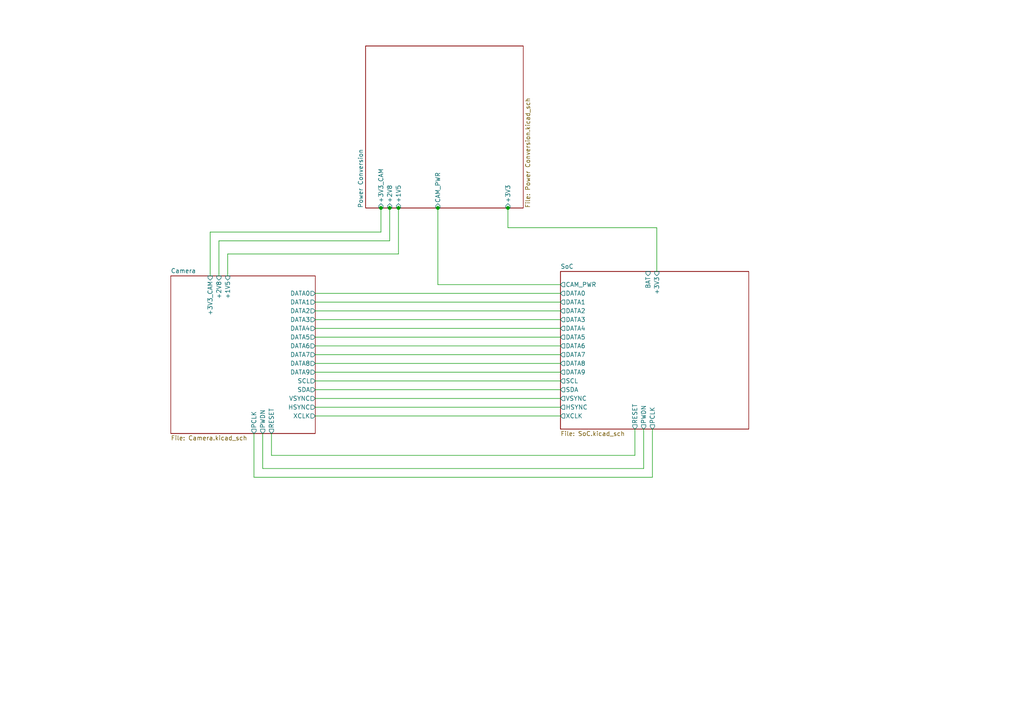
<source format=kicad_sch>
(kicad_sch
	(version 20231120)
	(generator "eeschema")
	(generator_version "8.0")
	(uuid "7215374e-8080-4725-8c5b-8da3ecbd4b88")
	(paper "A4")
	(lib_symbols)
	(junction
		(at 113.03 60.325)
		(diameter 0)
		(color 0 0 0 0)
		(uuid "07eea02a-29c3-43fa-8a9c-a4bcdeef141e")
	)
	(junction
		(at 115.57 60.325)
		(diameter 0)
		(color 0 0 0 0)
		(uuid "2451ff66-83d3-4d83-af26-717c5014a7ea")
	)
	(junction
		(at 127 60.325)
		(diameter 0)
		(color 0 0 0 0)
		(uuid "4974d9a9-2eef-47e1-a6cf-4ee77940beb5")
	)
	(junction
		(at 147.32 60.325)
		(diameter 0)
		(color 0 0 0 0)
		(uuid "6ed33a74-d098-4ed3-b38c-4903595d0d93")
	)
	(junction
		(at 110.49 60.325)
		(diameter 0)
		(color 0 0 0 0)
		(uuid "db88d59c-633b-4477-a339-638896d27b5c")
	)
	(wire
		(pts
			(xy 147.32 59.69) (xy 147.32 60.325)
		)
		(stroke
			(width 0)
			(type default)
		)
		(uuid "012ad8e9-04ee-45b5-9062-327f270ccbd2")
	)
	(wire
		(pts
			(xy 91.44 115.57) (xy 162.56 115.57)
		)
		(stroke
			(width 0)
			(type default)
		)
		(uuid "05794ed8-1bc6-4119-9972-512bf32aaad1")
	)
	(wire
		(pts
			(xy 186.69 135.89) (xy 186.69 124.46)
		)
		(stroke
			(width 0)
			(type default)
		)
		(uuid "0aa3d778-9289-4524-89d6-646fd0180dec")
	)
	(wire
		(pts
			(xy 91.44 120.65) (xy 162.56 120.65)
		)
		(stroke
			(width 0)
			(type default)
		)
		(uuid "1603e419-1c72-4c9d-9a8d-63734bfd3a07")
	)
	(wire
		(pts
			(xy 76.2 135.89) (xy 186.69 135.89)
		)
		(stroke
			(width 0)
			(type default)
		)
		(uuid "16fd1732-9429-42d6-981e-5b5552b56723")
	)
	(wire
		(pts
			(xy 91.44 85.09) (xy 162.56 85.09)
		)
		(stroke
			(width 0)
			(type default)
		)
		(uuid "1fc2b23d-cdbe-43c3-a817-e85ce032477c")
	)
	(wire
		(pts
			(xy 91.44 110.49) (xy 162.56 110.49)
		)
		(stroke
			(width 0)
			(type default)
		)
		(uuid "249cf7b2-514f-417b-839b-bbe69bab4681")
	)
	(wire
		(pts
			(xy 110.49 67.31) (xy 60.96 67.31)
		)
		(stroke
			(width 0)
			(type default)
		)
		(uuid "2fd173c7-e7e4-4e35-978f-c84862fe2975")
	)
	(wire
		(pts
			(xy 110.49 60.325) (xy 110.49 67.31)
		)
		(stroke
			(width 0)
			(type default)
		)
		(uuid "3200fc6a-66cb-4ea7-bf41-b29ed0b6def1")
	)
	(wire
		(pts
			(xy 127 82.55) (xy 162.56 82.55)
		)
		(stroke
			(width 0)
			(type default)
		)
		(uuid "339edce9-64b3-4aa8-aed0-3382ee27f529")
	)
	(wire
		(pts
			(xy 91.44 113.03) (xy 162.56 113.03)
		)
		(stroke
			(width 0)
			(type default)
		)
		(uuid "44bd6a27-7cc8-477b-8de3-ad501462e44a")
	)
	(wire
		(pts
			(xy 91.44 100.33) (xy 162.56 100.33)
		)
		(stroke
			(width 0)
			(type default)
		)
		(uuid "51be02f7-0d33-4331-93db-8776b2b00bf3")
	)
	(wire
		(pts
			(xy 115.57 59.69) (xy 115.57 60.325)
		)
		(stroke
			(width 0)
			(type default)
		)
		(uuid "543b0227-e80c-4863-b67b-a9439acee154")
	)
	(wire
		(pts
			(xy 115.57 60.325) (xy 115.57 73.66)
		)
		(stroke
			(width 0)
			(type default)
		)
		(uuid "5576cd63-b1aa-468b-b879-3609923aadef")
	)
	(wire
		(pts
			(xy 91.44 87.63) (xy 162.56 87.63)
		)
		(stroke
			(width 0)
			(type default)
		)
		(uuid "5be87d58-4b79-4c86-b285-862aae311111")
	)
	(wire
		(pts
			(xy 127 59.69) (xy 127 60.325)
		)
		(stroke
			(width 0)
			(type default)
		)
		(uuid "6441a3b8-2707-4efa-95fb-48d06f55501b")
	)
	(wire
		(pts
			(xy 91.44 90.17) (xy 162.56 90.17)
		)
		(stroke
			(width 0)
			(type default)
		)
		(uuid "6a9c7a71-a861-4ae8-89fb-5605d68ad6b7")
	)
	(wire
		(pts
			(xy 113.03 69.85) (xy 63.5 69.85)
		)
		(stroke
			(width 0)
			(type default)
		)
		(uuid "6bec2c8b-0843-4c8d-9141-31ae8db2eff6")
	)
	(wire
		(pts
			(xy 113.03 59.69) (xy 113.03 60.325)
		)
		(stroke
			(width 0)
			(type default)
		)
		(uuid "72ff61d9-9268-4cf6-b9f0-443c3b4079ca")
	)
	(wire
		(pts
			(xy 73.66 125.73) (xy 73.66 138.43)
		)
		(stroke
			(width 0)
			(type default)
		)
		(uuid "78c0722d-36ff-46cd-a2f1-fde62150c889")
	)
	(wire
		(pts
			(xy 189.23 138.43) (xy 189.23 124.46)
		)
		(stroke
			(width 0)
			(type default)
		)
		(uuid "7ed0b7e6-cefd-470b-aff5-bac6e6b00807")
	)
	(wire
		(pts
			(xy 147.32 66.04) (xy 190.5 66.04)
		)
		(stroke
			(width 0)
			(type default)
		)
		(uuid "85eb0430-240c-49aa-9d3b-5ab34d172fd8")
	)
	(wire
		(pts
			(xy 147.32 60.325) (xy 147.32 66.04)
		)
		(stroke
			(width 0)
			(type default)
		)
		(uuid "9fb31a95-b4df-4e45-8ca2-1da07fd3a498")
	)
	(wire
		(pts
			(xy 78.74 132.08) (xy 184.15 132.08)
		)
		(stroke
			(width 0)
			(type default)
		)
		(uuid "b01b632a-cb1c-4b72-962a-ac346db21642")
	)
	(wire
		(pts
			(xy 113.03 60.325) (xy 113.03 69.85)
		)
		(stroke
			(width 0)
			(type default)
		)
		(uuid "b3789866-6f5c-48a7-86e9-1360536d983b")
	)
	(wire
		(pts
			(xy 76.2 125.73) (xy 76.2 135.89)
		)
		(stroke
			(width 0)
			(type default)
		)
		(uuid "b5d5c8eb-b016-4eba-b5b6-dfca4011381a")
	)
	(wire
		(pts
			(xy 110.49 59.69) (xy 110.49 60.325)
		)
		(stroke
			(width 0)
			(type default)
		)
		(uuid "bc80694b-e0fe-4c0f-99de-145f48acb693")
	)
	(wire
		(pts
			(xy 66.04 73.66) (xy 66.04 80.01)
		)
		(stroke
			(width 0)
			(type default)
		)
		(uuid "c4ee0b85-71b3-46eb-899f-181fc2bfdb27")
	)
	(wire
		(pts
			(xy 73.66 138.43) (xy 189.23 138.43)
		)
		(stroke
			(width 0)
			(type default)
		)
		(uuid "cb5cfadb-787e-4e80-bb28-7539566ab96c")
	)
	(wire
		(pts
			(xy 60.96 67.31) (xy 60.96 80.01)
		)
		(stroke
			(width 0)
			(type default)
		)
		(uuid "ce62f086-4acd-4d10-96bf-bfacddafee0c")
	)
	(wire
		(pts
			(xy 91.44 95.25) (xy 162.56 95.25)
		)
		(stroke
			(width 0)
			(type default)
		)
		(uuid "d6a797fd-9f8a-4ca5-aa36-56cc6385e3a8")
	)
	(wire
		(pts
			(xy 91.44 92.71) (xy 162.56 92.71)
		)
		(stroke
			(width 0)
			(type default)
		)
		(uuid "db2d74d8-8b48-4489-959d-a4e733af0852")
	)
	(wire
		(pts
			(xy 91.44 102.87) (xy 162.56 102.87)
		)
		(stroke
			(width 0)
			(type default)
		)
		(uuid "df312c4c-83d7-4d48-a385-91faa2fe047c")
	)
	(wire
		(pts
			(xy 78.74 125.73) (xy 78.74 132.08)
		)
		(stroke
			(width 0)
			(type default)
		)
		(uuid "e2ab0381-2fa6-45ef-882a-2ba823aa8ea1")
	)
	(wire
		(pts
			(xy 63.5 69.85) (xy 63.5 80.01)
		)
		(stroke
			(width 0)
			(type default)
		)
		(uuid "e31b1aa5-b093-4aa6-9baf-44562c8389cb")
	)
	(wire
		(pts
			(xy 127 60.325) (xy 127 82.55)
		)
		(stroke
			(width 0)
			(type default)
		)
		(uuid "e58f39db-758d-4cc0-8aa4-e6d822e4dfa3")
	)
	(wire
		(pts
			(xy 190.5 66.04) (xy 190.5 78.74)
		)
		(stroke
			(width 0)
			(type default)
		)
		(uuid "e6153899-b81f-4710-8a32-e5d481e5e167")
	)
	(wire
		(pts
			(xy 91.44 118.11) (xy 162.56 118.11)
		)
		(stroke
			(width 0)
			(type default)
		)
		(uuid "e6ed24c3-8b6a-4aae-95ce-271a7aaba47f")
	)
	(wire
		(pts
			(xy 184.15 132.08) (xy 184.15 124.46)
		)
		(stroke
			(width 0)
			(type default)
		)
		(uuid "efbeab84-6ef6-46c2-84a7-f1a1aabebe8b")
	)
	(wire
		(pts
			(xy 91.44 105.41) (xy 162.56 105.41)
		)
		(stroke
			(width 0)
			(type default)
		)
		(uuid "f08ba567-be0a-4d31-ab89-1127e5d10ccc")
	)
	(wire
		(pts
			(xy 91.44 97.79) (xy 162.56 97.79)
		)
		(stroke
			(width 0)
			(type default)
		)
		(uuid "f45d03f1-4660-4431-9a38-150ec5b68ea1")
	)
	(wire
		(pts
			(xy 115.57 73.66) (xy 66.04 73.66)
		)
		(stroke
			(width 0)
			(type default)
		)
		(uuid "fa115ccf-0096-42c3-881b-6bce5abc7b84")
	)
	(wire
		(pts
			(xy 91.44 107.95) (xy 162.56 107.95)
		)
		(stroke
			(width 0)
			(type default)
		)
		(uuid "fc4bbfc9-d704-4d4b-b3ab-f9246e71b090")
	)
	(sheet
		(at 49.53 80.01)
		(size 41.91 45.72)
		(fields_autoplaced yes)
		(stroke
			(width 0.1524)
			(type solid)
		)
		(fill
			(color 0 0 0 0.0000)
		)
		(uuid "2558f397-b8c9-4c6a-acf7-ca347e5250c6")
		(property "Sheetname" "Camera"
			(at 49.53 79.2984 0)
			(effects
				(font
					(size 1.27 1.27)
				)
				(justify left bottom)
			)
		)
		(property "Sheetfile" "Camera.kicad_sch"
			(at 49.53 126.3146 0)
			(effects
				(font
					(size 1.27 1.27)
				)
				(justify left top)
			)
		)
		(property "Field2" ""
			(at 49.53 80.01 0)
			(effects
				(font
					(size 1.27 1.27)
				)
				(hide yes)
			)
		)
		(property "Field3" ""
			(at 49.53 80.01 0)
			(effects
				(font
					(size 1.27 1.27)
				)
				(hide yes)
			)
		)
		(property "Field4" ""
			(at 49.53 80.01 0)
			(effects
				(font
					(size 1.27 1.27)
				)
				(hide yes)
			)
		)
		(property "Field5" ""
			(at 49.53 80.01 0)
			(effects
				(font
					(size 1.27 1.27)
				)
				(hide yes)
			)
		)
		(pin "DATA6" output
			(at 91.44 100.33 0)
			(effects
				(font
					(size 1.27 1.27)
				)
				(justify right)
			)
			(uuid "e6e14d1c-ffca-4351-b25c-5b21d4164407")
		)
		(pin "DATA8" output
			(at 91.44 105.41 0)
			(effects
				(font
					(size 1.27 1.27)
				)
				(justify right)
			)
			(uuid "e8a8fbe3-723d-4152-bf61-bb3f20a15571")
		)
		(pin "DATA7" output
			(at 91.44 102.87 0)
			(effects
				(font
					(size 1.27 1.27)
				)
				(justify right)
			)
			(uuid "21f59686-97d6-4782-9211-d30bb6fc15e8")
		)
		(pin "DATA4" output
			(at 91.44 95.25 0)
			(effects
				(font
					(size 1.27 1.27)
				)
				(justify right)
			)
			(uuid "8374049f-9a56-4651-a263-7f3e16312aaf")
		)
		(pin "DATA5" output
			(at 91.44 97.79 0)
			(effects
				(font
					(size 1.27 1.27)
				)
				(justify right)
			)
			(uuid "d34e5412-3d05-4de6-abe7-3d1ea931caba")
		)
		(pin "PCLK" output
			(at 73.66 125.73 270)
			(effects
				(font
					(size 1.27 1.27)
				)
				(justify left)
			)
			(uuid "afce145b-53aa-428b-aa72-8f9eecd9be48")
		)
		(pin "XCLK" output
			(at 91.44 120.65 0)
			(effects
				(font
					(size 1.27 1.27)
				)
				(justify right)
			)
			(uuid "26a0006a-a7d3-4e63-b136-fe43a7bbc749")
		)
		(pin "DATA9" output
			(at 91.44 107.95 0)
			(effects
				(font
					(size 1.27 1.27)
				)
				(justify right)
			)
			(uuid "4a52e826-b955-4ac9-862c-5928c564f442")
		)
		(pin "SCL" output
			(at 91.44 110.49 0)
			(effects
				(font
					(size 1.27 1.27)
				)
				(justify right)
			)
			(uuid "904f04f4-534c-40ba-975f-4cb9a5934638")
		)
		(pin "VSYNC" output
			(at 91.44 115.57 0)
			(effects
				(font
					(size 1.27 1.27)
				)
				(justify right)
			)
			(uuid "5627f790-faf1-4a6a-83ec-18ca576421e2")
		)
		(pin "SDA" output
			(at 91.44 113.03 0)
			(effects
				(font
					(size 1.27 1.27)
				)
				(justify right)
			)
			(uuid "32e0e0ee-86b4-4e6f-a378-45964dd33f3b")
		)
		(pin "HSYNC" output
			(at 91.44 118.11 0)
			(effects
				(font
					(size 1.27 1.27)
				)
				(justify right)
			)
			(uuid "14b2197e-0a61-49fa-9e06-5d5e84c960e1")
		)
		(pin "DATA3" output
			(at 91.44 92.71 0)
			(effects
				(font
					(size 1.27 1.27)
				)
				(justify right)
			)
			(uuid "ed959eae-34f5-4fde-bb21-60db003325da")
		)
		(pin "DATA2" output
			(at 91.44 90.17 0)
			(effects
				(font
					(size 1.27 1.27)
				)
				(justify right)
			)
			(uuid "606ed2d7-95c8-498a-aa0b-e9a36d02c1e3")
		)
		(pin "RESET" output
			(at 78.74 125.73 270)
			(effects
				(font
					(size 1.27 1.27)
				)
				(justify left)
			)
			(uuid "c8ad3841-fadd-4f8c-8746-dfd468531c40")
		)
		(pin "PWDN" output
			(at 76.2 125.73 270)
			(effects
				(font
					(size 1.27 1.27)
				)
				(justify left)
			)
			(uuid "742990d1-69b9-4af1-a646-4250156d9c5a")
		)
		(pin "DATA0" output
			(at 91.44 85.09 0)
			(effects
				(font
					(size 1.27 1.27)
				)
				(justify right)
			)
			(uuid "b2d8722b-d405-4ae6-8b53-c2095a8b40bd")
		)
		(pin "DATA1" output
			(at 91.44 87.63 0)
			(effects
				(font
					(size 1.27 1.27)
				)
				(justify right)
			)
			(uuid "b540abf1-4171-48bd-9fb1-7467f36de950")
		)
		(pin "+1V5" input
			(at 66.04 80.01 90)
			(effects
				(font
					(size 1.27 1.27)
				)
				(justify right)
			)
			(uuid "ee61cf2f-be0f-4483-819b-5f023606d730")
		)
		(pin "+2V8" input
			(at 63.5 80.01 90)
			(effects
				(font
					(size 1.27 1.27)
				)
				(justify right)
			)
			(uuid "1d7c37c7-52e3-4c09-8640-fa8ba320fce3")
		)
		(pin "+3V3_CAM" input
			(at 60.96 80.01 90)
			(effects
				(font
					(size 1.27 1.27)
				)
				(justify right)
			)
			(uuid "cc4676bb-3a98-4bd7-9e4c-6b7be7b517a8")
		)
		(instances
			(project "Camera1"
				(path "/7215374e-8080-4725-8c5b-8da3ecbd4b88"
					(page "2")
				)
			)
		)
	)
	(sheet
		(at 162.56 78.74)
		(size 54.61 45.72)
		(fields_autoplaced yes)
		(stroke
			(width 0.1524)
			(type solid)
		)
		(fill
			(color 0 0 0 0.0000)
		)
		(uuid "c399b8f3-0c1b-4c38-baae-e12b2bc6c97e")
		(property "Sheetname" "SoC"
			(at 162.56 78.0284 0)
			(effects
				(font
					(size 1.27 1.27)
				)
				(justify left bottom)
			)
		)
		(property "Sheetfile" "SoC.kicad_sch"
			(at 162.56 125.0446 0)
			(effects
				(font
					(size 1.27 1.27)
				)
				(justify left top)
			)
		)
		(pin "CAM_PWR" output
			(at 162.56 82.55 180)
			(effects
				(font
					(size 1.27 1.27)
				)
				(justify left)
			)
			(uuid "bff3bb59-e6c8-44a4-ab2e-e6ad9179c8e1")
		)
		(pin "DATA3" output
			(at 162.56 92.71 180)
			(effects
				(font
					(size 1.27 1.27)
				)
				(justify left)
			)
			(uuid "50b692f0-a04a-4eb6-b105-f37a10e78656")
		)
		(pin "DATA4" output
			(at 162.56 95.25 180)
			(effects
				(font
					(size 1.27 1.27)
				)
				(justify left)
			)
			(uuid "5fff439b-12ca-40ec-afd5-a2295e05643b")
		)
		(pin "DATA2" output
			(at 162.56 90.17 180)
			(effects
				(font
					(size 1.27 1.27)
				)
				(justify left)
			)
			(uuid "a0612fef-f38e-4182-b959-9a08752a2d43")
		)
		(pin "PWDN" output
			(at 186.69 124.46 270)
			(effects
				(font
					(size 1.27 1.27)
				)
				(justify left)
			)
			(uuid "43b2f13a-faeb-458c-aba7-0a465f8b896a")
		)
		(pin "DATA1" output
			(at 162.56 87.63 180)
			(effects
				(font
					(size 1.27 1.27)
				)
				(justify left)
			)
			(uuid "23299371-ebf4-4b27-8bb1-5f4880c37bf7")
		)
		(pin "DATA0" output
			(at 162.56 85.09 180)
			(effects
				(font
					(size 1.27 1.27)
				)
				(justify left)
			)
			(uuid "1e90dccf-73de-4241-aee1-e9f715b7e1c6")
		)
		(pin "DATA5" output
			(at 162.56 97.79 180)
			(effects
				(font
					(size 1.27 1.27)
				)
				(justify left)
			)
			(uuid "1027c022-ae64-4726-8e64-7b684c59dfcd")
		)
		(pin "DATA7" output
			(at 162.56 102.87 180)
			(effects
				(font
					(size 1.27 1.27)
				)
				(justify left)
			)
			(uuid "f36f598f-24bc-412e-a00e-307f56350a8d")
		)
		(pin "DATA6" output
			(at 162.56 100.33 180)
			(effects
				(font
					(size 1.27 1.27)
				)
				(justify left)
			)
			(uuid "3f8012f2-de72-4f60-bdf4-0958f22a6b8d")
		)
		(pin "SCL" output
			(at 162.56 110.49 180)
			(effects
				(font
					(size 1.27 1.27)
				)
				(justify left)
			)
			(uuid "ca9ce006-84ab-430f-8a4c-3784814eb0ba")
		)
		(pin "SDA" output
			(at 162.56 113.03 180)
			(effects
				(font
					(size 1.27 1.27)
				)
				(justify left)
			)
			(uuid "efb6ee24-814c-42c8-b070-a63c5a2d4986")
		)
		(pin "VSYNC" output
			(at 162.56 115.57 180)
			(effects
				(font
					(size 1.27 1.27)
				)
				(justify left)
			)
			(uuid "03ef20cf-a651-4c8a-93e5-c281c636146d")
		)
		(pin "PCLK" output
			(at 189.23 124.46 270)
			(effects
				(font
					(size 1.27 1.27)
				)
				(justify left)
			)
			(uuid "b32eba55-c4be-4ed0-8ac9-60882e7e2633")
		)
		(pin "HSYNC" output
			(at 162.56 118.11 180)
			(effects
				(font
					(size 1.27 1.27)
				)
				(justify left)
			)
			(uuid "97c8bf55-763e-4b58-9af1-ccd3cfef99b4")
		)
		(pin "XCLK" output
			(at 162.56 120.65 180)
			(effects
				(font
					(size 1.27 1.27)
				)
				(justify left)
			)
			(uuid "555e427c-3567-4f37-97a6-ecb989d80137")
		)
		(pin "DATA9" output
			(at 162.56 107.95 180)
			(effects
				(font
					(size 1.27 1.27)
				)
				(justify left)
			)
			(uuid "35a85d0e-7817-4b1e-a3f6-6b6c7f140b2e")
		)
		(pin "DATA8" output
			(at 162.56 105.41 180)
			(effects
				(font
					(size 1.27 1.27)
				)
				(justify left)
			)
			(uuid "e86d464b-9709-4f50-bb82-df66f4e82b73")
		)
		(pin "RESET" output
			(at 184.15 124.46 270)
			(effects
				(font
					(size 1.27 1.27)
				)
				(justify left)
			)
			(uuid "3beee133-daf9-4d36-ab61-c9b6589bbc20")
		)
		(pin "BAT" input
			(at 187.96 78.74 90)
			(effects
				(font
					(size 1.27 1.27)
				)
				(justify right)
			)
			(uuid "df888d3b-8eb6-495c-ba06-2e4e5a6cf075")
		)
		(pin "+3V3" input
			(at 190.5 78.74 90)
			(effects
				(font
					(size 1.27 1.27)
				)
				(justify right)
			)
			(uuid "497ff1f2-0be9-43e7-ad7c-21fbc203b108")
		)
		(instances
			(project "Camera1"
				(path "/7215374e-8080-4725-8c5b-8da3ecbd4b88"
					(page "4")
				)
			)
		)
	)
	(sheet
		(at 106.045 13.335)
		(size 45.72 46.99)
		(fields_autoplaced yes)
		(stroke
			(width 0.1524)
			(type solid)
		)
		(fill
			(color 0 0 0 0.0000)
		)
		(uuid "f0b24b27-0ae2-49c2-a80c-3cf9adf4b3fe")
		(property "Sheetname" "Power Conversion"
			(at 105.3334 60.325 90)
			(effects
				(font
					(size 1.27 1.27)
				)
				(justify left bottom)
			)
		)
		(property "Sheetfile" "Power Conversion.kicad_sch"
			(at 152.3496 60.325 90)
			(effects
				(font
					(size 1.27 1.27)
				)
				(justify left top)
			)
		)
		(pin "CAM_PWR" input
			(at 127 60.325 270)
			(effects
				(font
					(size 1.27 1.27)
				)
				(justify left)
			)
			(uuid "9d606fe1-25b2-4cc7-940d-85317eaf70db")
		)
		(pin "+2V8" input
			(at 113.03 60.325 270)
			(effects
				(font
					(size 1.27 1.27)
				)
				(justify left)
			)
			(uuid "d8f90ba9-d06a-4b85-8a55-6a976b35091e")
		)
		(pin "+3V3" input
			(at 147.32 60.325 270)
			(effects
				(font
					(size 1.27 1.27)
				)
				(justify left)
			)
			(uuid "329aba8e-12f4-4dd9-8d07-29c044d2a36c")
		)
		(pin "+3V3_CAM" input
			(at 110.49 60.325 270)
			(effects
				(font
					(size 1.27 1.27)
				)
				(justify left)
			)
			(uuid "cf567fd2-d6ba-4765-949a-06e7583d0797")
		)
		(pin "+1V5" input
			(at 115.57 60.325 270)
			(effects
				(font
					(size 1.27 1.27)
				)
				(justify left)
			)
			(uuid "da4d7f2a-b9f4-42c5-95a8-d78f3f7bd5ea")
		)
		(instances
			(project "Camera1"
				(path "/7215374e-8080-4725-8c5b-8da3ecbd4b88"
					(page "3")
				)
			)
		)
	)
	(sheet_instances
		(path "/"
			(page "1")
		)
	)
)

</source>
